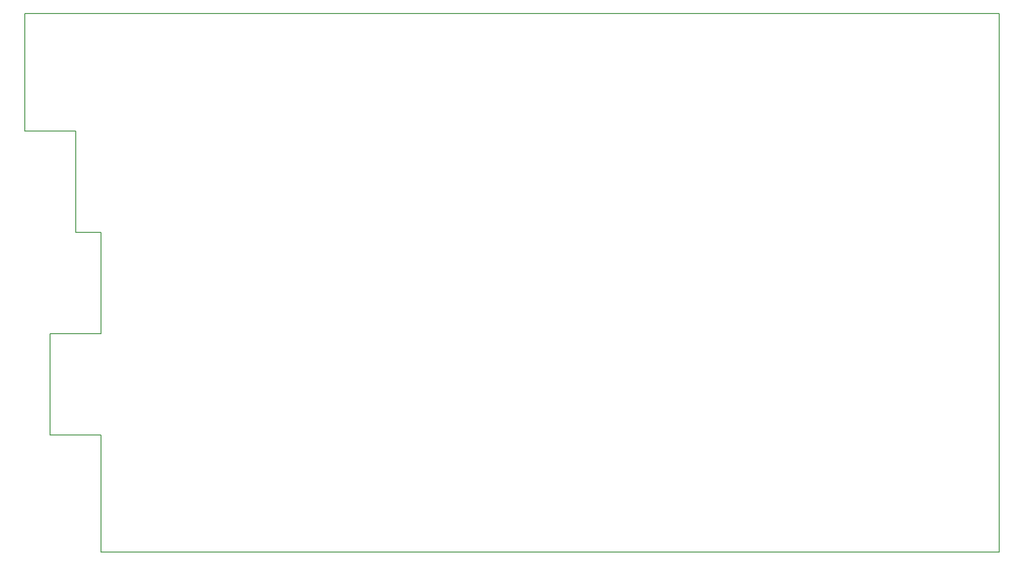
<source format=gm1>
G04 #@! TF.GenerationSoftware,KiCad,Pcbnew,(5.0.0-3-g5ebb6b6)*
G04 #@! TF.CreationDate,2018-10-13T13:11:11+09:00*
G04 #@! TF.ProjectId,pakbd,70616B62642E6B696361645F70636200,1*
G04 #@! TF.SameCoordinates,Original*
G04 #@! TF.FileFunction,Profile,NP*
%FSLAX46Y46*%
G04 Gerber Fmt 4.6, Leading zero omitted, Abs format (unit mm)*
G04 Created by KiCad (PCBNEW (5.0.0-3-g5ebb6b6)) date *
%MOMM*%
%LPD*%
G01*
G04 APERTURE LIST*
%ADD10C,0.150000*%
G04 APERTURE END LIST*
D10*
X391980000Y-30610000D02*
X391980000Y-131860000D01*
X209000000Y-30610000D02*
X391980000Y-30610000D01*
X209000000Y-52660000D02*
X209000000Y-30610000D01*
X218530000Y-52660000D02*
X209000000Y-52660000D01*
X218530000Y-71710000D02*
X218530000Y-52660000D01*
X223290000Y-71710000D02*
X218530000Y-71710000D01*
X223280000Y-90760000D02*
X223290000Y-71710000D01*
X213760000Y-90760000D02*
X223280000Y-90760000D01*
X213760000Y-109810000D02*
X213760000Y-90760000D01*
X223290000Y-109810000D02*
X213760000Y-109810000D01*
X223290000Y-131860000D02*
X223290000Y-109810000D01*
X391980000Y-131860000D02*
X223290000Y-131860000D01*
M02*

</source>
